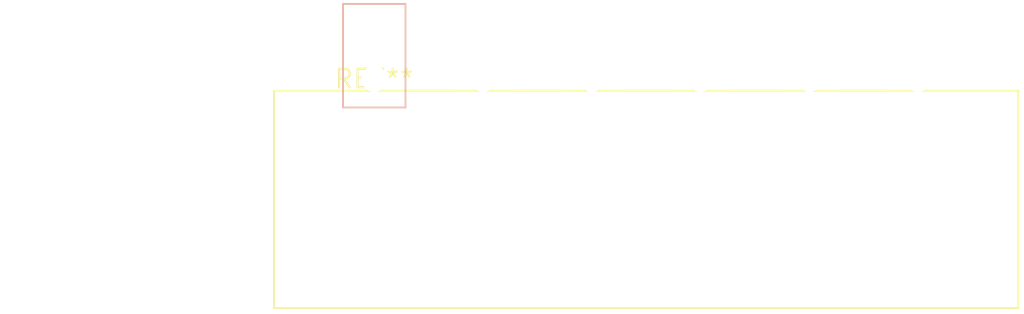
<source format=kicad_pcb>
(kicad_pcb (version 20240108) (generator pcbnew)
  (layers (0 "F.Cu" signal) (31 "B.Cu" signal) (34 "B.Paste" user) (35 "F.Paste" user) (36 "B.SilkS" user "B.Silkscreen") (37 "F.SilkS" user "F.Silkscreen") (38 "B.Mask" user) (39 "F.Mask" user) (44 "Edge.Cuts" user))
  (net 0 "")
  (footprint "Molex_Sabre_46007-1106_1x06_P7.49mm_Horizontal" (layer "F.Cu") (at 0 0)
    (property "Reference" "REF**")
    (property "Value" "Molex_Sabre_46007-1106_1x06_P7.49mm_Horizontal")
    (fp_line (start -2.15 -5.155) (end -2.15 1.975) (layer "B.SilkS") (stroke (width 0.12)))
    (fp_line (start -2.15 1.975) (end 2.15 1.975) (layer "B.SilkS") (stroke (width 0.12)))
    (fp_line (start 2.15 -5.155) (end -2.15 -5.155) (layer "B.SilkS") (stroke (width 0.12)))
    (fp_line (start 2.15 1.975) (end 2.15 -5.155) (layer "B.SilkS") (stroke (width 0.12)))
    (fp_line (start -6.9 0.815) (end -6.9 15.795) (layer "F.SilkS") (stroke (width 0.12)))
    (fp_line (start -6.9 15.795) (end 44.35 15.795) (layer "F.SilkS") (stroke (width 0.12)))
    (fp_line (start -2.15 0.815) (end -2.15 -4.895) (layer "F.SilkS") (stroke (width 0.12)))
    (fp_line (start 2.15 0.815) (end 5.34 0.815) (layer "F.SilkS") (stroke (width 0.12)))
    (fp_line (start 9.64 0.815) (end 12.83 0.815) (layer "F.SilkS") (stroke (width 0.12)))
    (fp_line (start 17.13 0.815) (end 20.32 0.815) (layer "F.SilkS") (stroke (width 0.12)))
    (fp_line (start 24.62 0.815) (end 27.81 0.815) (layer "F.SilkS") (stroke (width 0.12)))
    (fp_line (start 32.11 0.815) (end 35.3 0.815) (layer "F.SilkS") (stroke (width 0.12)))
    (fp_line (start 44.35 0.815) (end -6.9 0.815) (layer "F.SilkS") (stroke (width 0.12)))
    (fp_line (start 44.35 15.795) (end 44.35 0.815) (layer "F.SilkS") (stroke (width 0.12)))
    (pad "1" thru_hole rect (at 0 -3.18) (size 3.78 3.43) (drill 1.78) (layers *.Cu *.Mask) (remove_unused_layers))
    (pad "1" thru_hole rect (at 0 0) (size 3.78 3.43) (drill 1.78) (layers *.Cu *.Mask) (remove_unused_layers))
    (pad "2" thru_hole rect (at 7.49 -3.18) (size 3.78 3.43) (drill 1.78) (layers *.Cu *.Mask) (remove_unused_layers))
    (pad "2" thru_hole rect (at 7.49 0) (size 3.78 3.43) (drill 1.78) (layers *.Cu *.Mask) (remove_unused_layers))
    (pad "3" thru_hole rect (at 14.98 -3.18) (size 3.78 3.43) (drill 1.78) (layers *.Cu *.Mask) (remove_unused_layers))
    (pad "3" thru_hole rect (at 14.98 0) (size 3.78 3.43) (drill 1.78) (layers *.Cu *.Mask) (remove_unused_layers))
    (pad "4" thru_hole rect (at 22.47 -3.18) (size 3.78 3.43) (drill 1.78) (layers *.Cu *.Mask) (remove_unused_layers))
    (pad "4" thru_hole rect (at 22.47 0) (size 3.78 3.43) (drill 1.78) (layers *.Cu *.Mask) (remove_unused_layers))
    (pad "5" thru_hole rect (at 29.96 -3.18) (size 3.78 3.43) (drill 1.78) (layers *.Cu *.Mask) (remove_unused_layers))
    (pad "5" thru_hole rect (at 29.96 0) (size 3.78 3.43) (drill 1.78) (layers *.Cu *.Mask) (remove_unused_layers))
    (pad "6" thru_hole rect (at 37.45 -3.18) (size 3.78 3.43) (drill 1.78) (layers *.Cu *.Mask) (remove_unused_layers))
    (pad "6" thru_hole rect (at 37.45 0) (size 3.78 3.43) (drill 1.78) (layers *.Cu *.Mask) (remove_unused_layers))
  )
)
</source>
